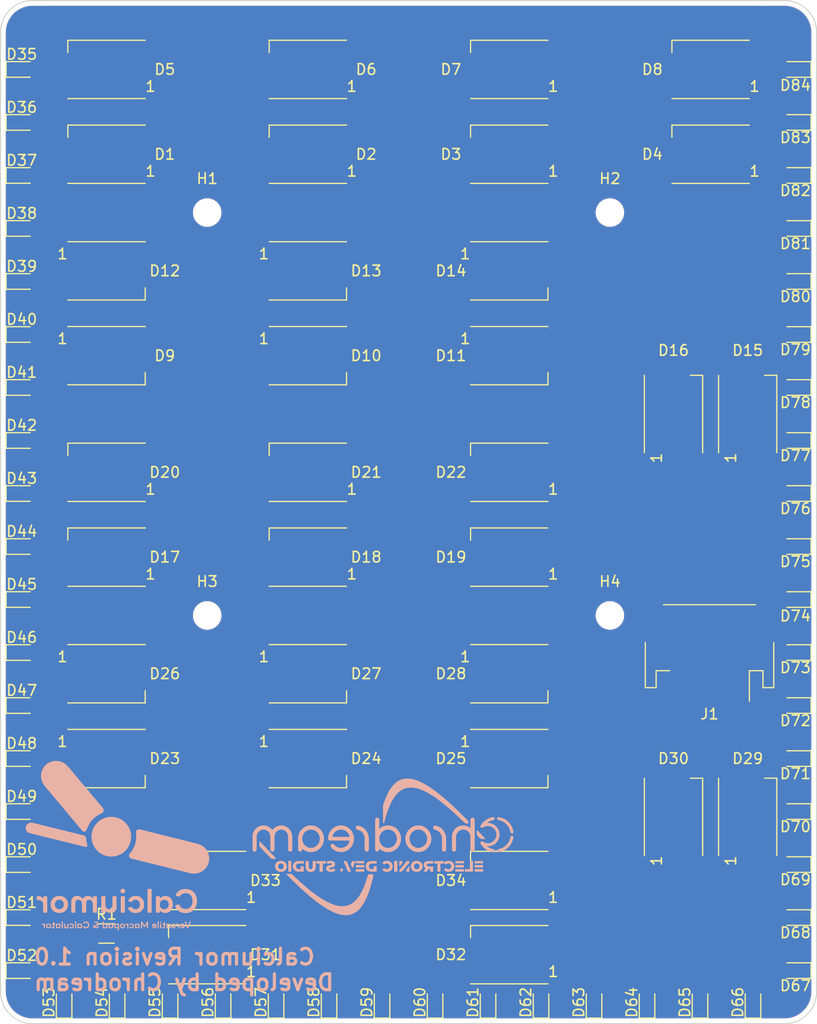
<source format=kicad_pcb>
(kicad_pcb (version 20240108) (generator "pcbnew") (generator_version "8.0")
  (layers (0 "F.Cu" signal) (31 "B.Cu" signal) (34 "B.Paste" user) (35 "F.Paste" user) (36 "B.SilkS" user "B.Silkscreen") (37 "F.SilkS" user "F.Silkscreen") (38 "B.Mask" user) (39 "F.Mask" user) (44 "Edge.Cuts" user))
  (net 0 "")
  (net 1 "+5V")
  (net 2 "/RGB")
  (net 3 "GND")
  (net 4 "/LED")
  (net 7 "/D0")
  (net 8 "/D1")
  (net 9 "/D2")
  (net 10 "/D3")
  (net 11 "/D7")
  (net 12 "/D6")
  (net 13 "/D5")
  (net 14 "/D4")
  (net 15 "/D8")
  (net 16 "/D9")
  (net 17 "/D10")
  (net 18 "/D14")
  (net 19 "/D13")
  (net 20 "/D12")
  (net 21 "/D11")
  (net 22 "/D15")
  (net 23 "/LED_R")
  (net 24 "Net-(D1-DOUT)")
  (net 25 "Net-(D2-DOUT)")
  (net 26 "Net-(D3-DOUT)")
  (net 27 "Net-(D10-DOUT)")
  (net 28 "Net-(D10-DIN)")
  (net 29 "Net-(D17-DOUT)")
  (net 30 "Net-(D18-DOUT)")
  (net 31 "Net-(D23-DIN)")
  (net 32 "Net-(D24-DIN)")
  (net 33 "Net-(D31-DOUT)")
  (footprint "LED_SMD:LED_0603_1608Metric" (layer "F.Cu") (at 145 120 180)
    (property "Reference" "D78")
    (property "Value" "LED")
  )
  (footprint "LED_SMD:LED_0603_1608Metric" (layer "F.Cu") (at 145 175 180)
    (property "Reference" "D67")
    (property "Value" "LED")
  )
  (footprint "LED_SMD:LED_0603_1608Metric" (layer "F.Cu") (at 72 150)
    (property "Reference" "D47")
    (property "Value" "LED")
  )
  (footprint "LED_SMD:LED_0603_1608Metric" (layer "F.Cu") (at 145 115 180)
    (property "Reference" "D79")
    (property "Value" "LED")
  )
  (footprint "LED_SMD:LED_WS2812B_PLCC4_5.0x5.0mm_P3.2mm" (layer "F.Cu") (at 99 90 180)
    (property "Reference" "D6")
    (property "Value" "WS2812B" (hide yes))
  )
  (footprint "LED_SMD:LED_0603_1608Metric" (layer "F.Cu") (at 145 160 180)
    (property "Reference" "D70")
    (property "Value" "LED")
  )
  (footprint "LED_SMD:LED_WS2812B_PLCC4_5.0x5.0mm_P3.2mm" (layer "F.Cu") (at 89.5 166.5 180)
    (property "Reference" "D33")
    (property "Value" "WS2812B" (hide yes))
  )
  (footprint "LED_SMD:LED_0603_1608Metric" (layer "F.Cu") (at 136 178 90)
    (property "Reference" "D65")
    (property "Value" "LED")
  )
  (footprint "LED_SMD:LED_WS2812B_PLCC4_5.0x5.0mm_P3.2mm" (layer "F.Cu") (at 99 147)
    (property "Reference" "D27")
    (property "Value" "WS2812B" (hide yes))
  )
  (footprint "LED_SMD:LED_0603_1608Metric" (layer "F.Cu") (at 72 175)
    (property "Reference" "D52")
    (property "Value" "LED")
  )
  (footprint "LED_SMD:LED_WS2812B_PLCC4_5.0x5.0mm_P3.2mm" (layer "F.Cu") (at 80 98 180)
    (property "Reference" "D1")
    (property "Value" "WS2812B" (hide yes))
  )
  (footprint "LED_SMD:LED_0603_1608Metric" (layer "F.Cu") (at 81 178 90)
    (property "Reference" "D54")
    (property "Value" "LED")
  )
  (footprint "LED_SMD:LED_0603_1608Metric" (layer "F.Cu") (at 145 170 180)
    (property "Reference" "D68")
    (property "Value" "LED")
  )
  (footprint "LED_SMD:LED_0603_1608Metric" (layer "F.Cu") (at 121 178 90)
    (property "Reference" "D62")
    (property "Value" "LED")
  )
  (footprint "LED_SMD:LED_0603_1608Metric" (layer "F.Cu") (at 145 155 180)
    (property "Reference" "D71")
    (property "Value" "LED")
  )
  (footprint "LED_SMD:LED_0603_1608Metric" (layer "F.Cu") (at 72 125)
    (property "Reference" "D42")
    (property "Value" "LED")
  )
  (footprint "LED_SMD:LED_0603_1608Metric" (layer "F.Cu") (at 145 150 180)
    (property "Reference" "D72")
    (property "Value" "LED")
  )
  (footprint "LED_SMD:LED_0603_1608Metric" (layer "F.Cu") (at 72 160)
    (property "Reference" "D49")
    (property "Value" "LED")
  )
  (footprint "LED_SMD:LED_0603_1608Metric" (layer "F.Cu") (at 126 178 90)
    (property "Reference" "D63")
    (property "Value" "LED")
  )
  (footprint "LED_SMD:LED_0603_1608Metric" (layer "F.Cu") (at 72 120)
    (property "Reference" "D41")
    (property "Value" "LED")
  )
  (footprint "LED_SMD:LED_0603_1608Metric" (layer "F.Cu") (at 72 105)
    (property "Reference" "D38")
    (property "Value" "LED")
  )
  (footprint "LED_SMD:LED_0603_1608Metric" (layer "F.Cu") (at 91 178 90)
    (property "Reference" "D56")
    (property "Value" "LED")
  )
  (footprint "LED_SMD:LED_WS2812B_PLCC4_5.0x5.0mm_P3.2mm" (layer "F.Cu") (at 118 109)
    (property "Reference" "D14")
    (property "Value" "WS2812B" (hide yes))
  )
  (footprint "LED_SMD:LED_WS2812B_PLCC4_5.0x5.0mm_P3.2mm" (layer "F.Cu") (at 99 109)
    (property "Reference" "D13")
    (property "Value" "WS2812B" (hide yes))
  )
  (footprint "LED_SMD:LED_WS2812B_PLCC4_5.0x5.0mm_P3.2mm" (layer "F.Cu") (at 80 147)
    (property "Reference" "D26")
    (property "Value" "WS2812B" (hide yes))
  )
  (footprint "MountingHole:MountingHole_2.2mm_M2" (layer "F.Cu") (at 127.5 141.5)
    (property "Reference" "H4")
    (property "Value" "MountingHole")
  )
  (footprint "LED_SMD:LED_WS2812B_PLCC4_5.0x5.0mm_P3.2mm" (layer "F.Cu") (at 118 90 180)
    (property "Reference" "D7")
    (property "Value" "WS2812B" (hide yes))
  )
  (footprint "LED_SMD:LED_0603_1608Metric" (layer "F.Cu") (at 106 178 90)
    (property "Reference" "D59")
    (property "Value" "LED")
  )
  (footprint "LED_SMD:LED_0603_1608Metric" (layer "F.Cu") (at 72 90)
    (property "Reference" "D35")
    (property "Value" "LED")
  )
  (footprint "LED_SMD:LED_WS2812B_PLCC4_5.0x5.0mm_P3.2mm" (layer "F.Cu") (at 80 117)
    (property "Reference" "D9")
    (property "Value" "WS2812B" (hide yes))
  )
  (footprint "Connector_JST:JST_PH_S4B-PH-SM4-TB_1x04-1MP_P2.00mm_Horizontal" (layer "F.Cu") (at 136.9 145 180)
    (property "Reference" "J1")
    (property "Value" "NeoPixel")
  )
  (footprint "LED_SMD:LED_0603_1608Metric" (layer "F.Cu") (at 72 115)
    (property "Reference" "D40")
    (property "Value" "LED")
  )
  (footprint "LED_SMD:LED_WS2812B_PLCC4_5.0x5.0mm_P3.2mm" (layer "F.Cu") (at 137 98 180)
    (property "Reference" "D4")
    (property "Value" "WS2812B" (hide yes))
  )
  (footprint "LED_SMD:LED_WS2812B_PLCC4_5.0x5.0mm_P3.2mm" (layer "F.Cu") (at 80 128 180)
    (property "Reference" "D20")
    (property "Value" "WS2812B" (hide yes))
  )
  (footprint "LED_SMD:LED_0603_1608Metric" (layer "F.Cu") (at 131 178 90)
    (property "Reference" "D64")
    (property "Value" "LED")
  )
  (footprint "MountingHole:MountingHole_2.2mm_M2" (layer "F.Cu") (at 89.5 141.5)
    (property "Reference" "H3")
    (property "Value" "MountingHole")
  )
  (footprint "LED_SMD:LED_0603_1608Metric" (layer "F.Cu") (at 145 110 180)
    (property "Reference" "D80")
    (property "Value" "LED")
  )
  (footprint "LED_SMD:LED_WS2812B_PLCC4_5.0x5.0mm_P3.2mm" (layer "F.Cu") (at 118 147)
    (property "Reference" "D28")
    (property "Value" "WS2812B" (hide yes))
  )
  (footprint "LED_SMD:LED_0603_1608Metric" (layer "F.Cu") (at 145 135 180)
    (property "Reference" "D75")
    (property "Value" "LED")
  )
  (footprint "LED_SMD:LED_0603_1608Metric" (layer "F.Cu") (at 111 178 90)
    (property "Reference" "D60")
    (property "Value" "LED")
  )
  (footprint "LED_SMD:LED_0603_1608Metric" (layer "F.Cu") (at 116 178 90)
    (property "Reference" "D61")
    (property "Value" "LED")
  )
  (footprint "LED_SMD:LED_0603_1608Metric" (layer "F.Cu") (at 96 178 90)
    (property "Reference" "D57")
    (property "Value" "LED")
  )
  (footprint "LED_SMD:LED_0603_1608Metric" (layer "F.Cu") (at 145 105 180)
    (property "Reference" "D81")
    (property "Value" "LED")
  )
  (footprint "LED_SMD:LED_0603_1608Metric" (layer "F.Cu") (at 72 100)
    (property "Reference" "D37")
    (property "Value" "LED")
  )
  (footprint "LED_SMD:LED_0603_1608Metric" (layer "F.Cu") (at 145 130 180)
    (property "Reference" "D76")
    (property "Value" "LED")
  )
  (footprint "LED_SMD:LED_0603_1608Metric" (layer "F.Cu") (at 145 100 180)
    (property "Reference" "D82")
    (property "Value" "LED")
  )
  (footprint "MountingHole:MountingHole_2.2mm_M2" (layer "F.Cu") (at 89.5 103.5)
    (property "Reference" "H1")
    (property "Value" "MountingHole")
  )
  (footprint "LED_SMD:LED_WS2812B_PLCC4_5.0x5.0mm_P3.2mm" (layer "F.Cu") (at 118 166.5 180)
    (property "Reference" "D34")
    (property "Value" "WS2812B" (hide yes))
  )
  (footprint "LED_SMD:LED_WS2812B_PLCC4_5.0x5.0mm_P3.2mm" (layer "F.Cu") (at 99 117)
    (property "Reference" "D10")
    (property "Value" "WS2812B" (hide yes))
  )
  (footprint "LED_SMD:LED_WS2812B_PLCC4_5.0x5.0mm_P3.2mm" (layer "F.Cu") (at 80 90 180)
    (property "Reference" "D5")
    (property "Value" "WS2812B" (hide yes))
  )
  (footprint "LED_SMD:LED_WS2812B_PLCC4_5.0x5.0mm_P3.2mm" (layer "F.Cu") (at 118 155)
    (property "Reference" "D25")
    (property "Value" "WS2812B" (hide yes))
  )
  (footprint "LED_SMD:LED_0603_1608Metric" (layer "F.Cu") (at 145 145 180)
    (property "Reference" "D73")
    (property "Value" "LED")
  )
  (footprint "LED_SMD:LED_0603_1608Metric" (layer "F.Cu") (at 101 178 90)
    (property "Reference" "D58")
    (property "Value" "LED")
  )
  (footprint "LED_SMD:LED_WS2812B_PLCC4_5.0x5.0mm_P3.2mm" (layer "F.Cu") (at 80 155)
    (property "Reference" "D23")
    (property "Value" "WS2812B" (hide yes))
  )
  (footprint "LED_SMD:LED_0603_1608Metric" (layer "F.Cu") (at 72 140)
    (property "Reference" "D45")
    (property "Value" "LED")
  )
  (footprint "LED_SMD:LED_WS2812B_PLCC4_5.0x5.0mm_P3.2mm" (layer "F.Cu") (at 118 128 180)
    (property "Reference" "D22")
    (property "Value" "WS2812B" (hide yes))
  )
  (footprint "LED_SMD:LED_WS2812B_PLCC4_5.0x5.0mm_P3.2mm" (layer "F.Cu") (at 80 136 180)
    (property "Reference" "D17")
    (property "Value" "WS2812B" (hide yes))
  )
  (footprint "LED_SMD:LED_WS2812B_PLCC4_5.0x5.0mm_P3.2mm" (layer "F.Cu") (at 99 155)
    (property "Reference" "D24")
    (property "Value" "WS2812B" (hide yes))
  )
  (footprint "MountingHole:MountingHole_2.2mm_M2" (layer "F.Cu") (at 127.5 103.5)
    (property "Reference" "H2")
    (property "Value" "MountingHole")
  )
  (footprint "LED_SMD:LED_WS2812B_PLCC4_5.0x5.0mm_P3.2mm" (layer "F.Cu") (at 99 136 180)
    (property "Reference" "D18")
    (property "Value" "WS2812B" (hide yes))
  )
  (footprint "LED_SMD:LED_0603_1608Metric" (layer "F.Cu") (at 72 170)
    (property "Reference" "D51")
    (property "Value" "LED")
  )
  (footprint "LED_SMD:LED_0603_1608Metric" (layer "F.Cu") (at 141 178 90)
    (property "Reference" "D66")
    (property "Value" "LED")
  )
  (footprint "LED_SMD:LED_0603_1608Metric" (layer "F.Cu") (at 145 165 180)
    (property "Reference" "D69")
    (property "Value" "LED")
  )
  (footprint "LED_SMD:LED_0603_1608Metric" (layer "F.Cu") (at 145 95 180)
    (property "Reference" "D83")
    (property "Value" "LED")
  )
  (footprint "LED_SMD:LED_0603_1608Metric" (layer "F.Cu") (at 72 145)
    (property "Reference" "D46")
    (property "Value" "LED")
  )
  (footprint "LED_SMD:LED_WS2812B_PLCC4_5.0x5.0mm_P3.2mm" (layer "F.Cu") (at 99 128 180)
    (property "Reference" "D21")
    (property "Value" "WS2812B" (hide yes))
  )
  (footprint "LED_SMD:LED_0603_1608Metric" (layer "F.Cu") (at 145 90 180)
    (property "Reference" "D84")
    (property "Value" "LED")
  )
  (footprint "LED_SMD:LED_WS2812B_PLCC4_5.0x5.0mm_P3.2mm" (layer "F.Cu") (at 137 90 180)
    (property "Reference" "D8")
    (property "Value" "WS2812B" (hide yes))
  )
  (footprint "LED_SMD:LED_WS2812B_PLCC4_5.0x5.0mm_P3.2mm" (layer "F.Cu") (at 133.5 122.5 90)
    (property "Reference" "D16")
    (property "Value" "WS2812B" (hide yes))
  )
  (footprint "LED_SMD:LED_WS2812B_PLCC4_5.0x5.0mm_P3.2mm" (layer "F.Cu") (at 118 136 180)
    (property "Reference" "D19")
    (property "Value" "WS2812B" (hide yes))
  )
  (footprint "LED_SMD:LED_WS2812B_PLCC4_5.0x5.0mm_P3.2mm" (layer "F.Cu") (at 80 109)
    (property "Reference" "D12")
    (property "Value" "WS2812B" (hide yes))
  )
  (footprint "LED_SMD:LED_0603_1608Metric" (layer "F.Cu") (at 86 178 90)
    (property "Reference" "D55")
    (property "Value" "LED")
  )
  (footprint "LED_SMD:LED_WS2812B_PLCC4_5.0x5.0mm_P3.2mm" (layer "F.Cu") (at 140.5 122.5 90)
    (property "Reference" "D15")
    (property "Value" "WS2812B" (hide yes))
  )
  (footprint "LED_SMD:LED_WS2812B_PLCC4_5.0x5.0mm_P3.2mm" (layer "F.Cu") (at 89.5 173.5 180)
    (property "Reference" "D31")
    (property "Value" "WS2812B" (hide yes))
  )
  (footprint "LED_SMD:LED_0603_1608Metric" (layer "F.Cu") (at 72 165)
    (property "Reference" "D50")
    (property "Value" "LED")
  )
  (footprint "LED_SMD:LED_0603_1608Metric" (layer "F.Cu") (at 72 95)
    (property "Reference" "D36")
    (property "Value" "LED")
  )
  (footprint "LED_SMD:LED_WS2812B_PLCC4_5.0x5.0mm_P3.2mm" (layer "F.Cu") (at 118 173.5 180)
    (property "Reference" "D32")
    (property "Value" "WS2812B" (hide yes))
  )
  (footprint "LED_SMD:LED_0603_1608Metric" (layer "F.Cu") (at 72 130)
    (property "Reference" "D43")
    (property "Value" "LED")
  )
  (footprint "LED_SMD:LED_WS2812B_PLCC4_5.0x5.0mm_P3.2mm" (layer "F.Cu") (at 140.5 160.5 90)
    (property "Reference" "D29")
    (property "Value" "WS2812B" (hide yes))
  )
  (footprint "LED_SMD:LED_WS2812B_PLCC4_5.0x5.0mm_P3.2mm" (layer "F.Cu") (at 118 117)
    (property "Reference" "D11")
    (property "Value" "WS2812B" (hide yes))
  )
  (footprint "LED_SMD:LED_WS2812B_PLCC4_5.0x5.0mm_P3.2mm" (layer "F.Cu") (at 118 98 180)
    (property "Reference" "D3")
    (property "Value" "WS2812B" (hide yes))
  )
  (footprint "LED_SMD:LED_WS2812B_PLCC4_5.0x5.0mm_P3.2mm" (layer "F.Cu") (at 99 98 180)
    (property "Reference" "D2")
    (property "Value" "WS2812B" (hide yes))
  )
  (footprint "LED_SMD:LED_0603_1608Metric" (layer "F.Cu") (at 72 135)
    (property "Reference" "D44")
    (property "Value" "LED")
  )
  (footprint "LED_SMD:LED_WS2812B_PLCC4_5.0x5.0mm_P3.2mm" (layer "F.Cu") (at 133.5 160.5 90)
    (property "Reference" "D30")
    (property "Value" "WS2812B" (hide yes))
  )
  (footprint "LED_SMD:LED_0603_1608Metric" (layer "F.Cu") (at 145 140 180)
    (property "Reference" "D74")
    (property "Value" "LED")
  )
  (footprint "LED_SMD:LED_0603_1608Metric" (layer "F.Cu") (at 72 110)
    (property "Reference" "D39")
    (property "Value" "LED")
  )
  (footprint "Resistor_SMD:R_1206_3216Metric" (layer "F.Cu") (at 80 171.5)
    (property "Reference" "R1")
    (property "Value" "470")
  )
  (footprint "LED_SMD:LED_0603_1608Metric" (layer "F.Cu") (at 76 178 90)
    (property "Reference" "D53")
    (property "Value" "LED")
  )
  (footprint "LED_SMD:LED_0603_1608Metric" (layer "F.Cu") (at 72 155)
    (property "Reference" "D48")
    (property "Value" "LED")
  )
  (footprint "LED_SMD:LED_0603_1608Metric" (layer "F.Cu") (at 145 125 180)
    (property "Reference" "D77")
    (property "Value" "LED")
  )
  (footprint "Calciumor:Calciumor" (layer "B.Cu") (at 81 163 180)
    (property "Reference" "G***" (hide yes))
    (property "Value" "LOGO" (hide yes))
  )
  (footprint "Ultramarine-2:Chrodream_logo" (layer "B.Cu") (at 106 163 180)
    (property "Reference" "G***" (hide yes))
    (property "Value" "LOGO" (hide yes))
  )
  (gr_arc (start 147 177) (mid 146.12132 179.12132) (end 144 180) (stroke (width 0.1)) (layer "Edge.Cuts"))
  (gr_arc (start 70 86.5) (mid 70.87868 84.37868) (end 73 83.5) (stroke (width 0.1)) (layer "Edge.Cuts"))
  (gr_line (start 147 177) (end 147 86.5) (stroke (width 0.1)) (layer "Edge.Cuts"))
  (gr_line (start 73 180) (end 144 180) (stroke (width 0.1)) (layer "Edge.Cuts"))
  (gr_arc (start 144 83.5) (mid 146.12132 84.37868) (end 147 86.5) (stroke (width 0.1)) (layer "Edge.Cuts"))
  (gr_arc (start 73 180) (mid 70.87868 179.12132) (end 70 177) (stroke (width 0.1)) (layer "Edge.Cuts"))
  (gr_line (start 70 86.5) (end 70 177) (stroke (width 0.1)) (layer "Edge.Cuts"))
  (gr_line (start 144 83.5) (end 73 83.5) (stroke (width 0.1)) (layer "Edge.Cuts"))
  (gr_text "Calciumor Revision 1.0\nDeveloped by Chrodream" (at 73 177 0) (layer "B.SilkS") (effects (font (size 1.5 1.5) (thickness 0.3) (bold yes)) (justify right bottom mirror)))
  (segment (start 95.55 93.9) (end 98.5 93.9) (width 1) (layer "F.Cu") (net 1))
  (segment (start 118 137.15) (end 118.5 137.65) (width 0.5) (layer "F.Cu") (net 1))
  (segment (start 98.2 93.9) (end 98.5 93.9) (width 0.5) (layer "F.Cu") (net 1))
  (segment (start 132.6 161.1) (end 138.2 161.1) (width 0.5) (layer "F.Cu") (net 1))
  (segment (start 118 113.6) (end 118 113.9) (width 0.5) (layer "F.Cu") (net 1))
  (segment (start 118 147.3) (end 118 152.4) (width 0.5) (layer "F.Cu") (net 1))
  (segment (start 99 146.5) (end 99 143.8) (width 0.5) (layer "F.Cu") (net 1))
  (segment (start 137.05 130.9) (end 136.05 130.9) (width 0.5) (layer "F.Cu") (net 1))
  (segment (start 118 170.1) (end 118 174.4) (width 0.5) (layer "F.Cu") (net 1))
  (segment (start 118 116.8) (end 118 115.85) (width 0.5) (layer "F.Cu") (net 1))
  (segment (start 118.5625 123.7625) (end 119 124.2) (width 1) (layer "F.Cu") (net 1))
  (segment (start 99 159.6) (end 99 155.2) (width 0.5) (layer "F.Cu") (net 1))
  (segment (start 82.45 91.65) (end 82.45 93.15) (width 0.5) (layer "F.Cu") (net 1))
  (segment (start 118.5 168.15) (end 118 167.65) (width 0.5) (layer "F.Cu") (net 1))
  (segment (start 118 136.2) (end 118 137.15) (width 0.5) (layer "F.Cu") (net 1))
  (segment (start 118 153.85) (end 117.5 153.35) (width 0.5) (layer "F.Cu") (net 1))
  (segment (start 118 123.2) (end 118.5625 123.7625) (width 1) (layer "F.Cu") (net 1))
  (segment (start 118 115.85) (end 117.5 115.35) (width 0.5) (layer "F.Cu") (net 1))
  (segment (start 118 166.5) (end 118 167) (width 0.5) (layer "F.Cu") (net 1))
  (segment (start 104.55 99.65) (end 112.25 107.35) (width 1) (layer "F.Cu") (net 1))
  (segment (start 118 138.9) (end 118 138.15) (width 0.5) (layer "F.Cu") (net 1))
  (segment (start 99 99.15) (end 99.5 99.65) (width 1) (layer "F.Cu") (net 1))
  (segment (start 120.45 129.65) (end 118.5 129.65) (width 0.5) (layer "F.Cu") (net 1))
  (segment (start 77.55 115.35) (end 80 115.35) (width 0.5) (layer "F.Cu") (net 1))
  (segment (start 91.95 168.15) (end 90 168.15) (width 0.5) (layer "F.Cu") (net 1))
  (segment (start 136.55 168.15) (end 120.45 168.15) (width 0.5) (layer "F.Cu") (net 1))
  (segment (start 119.9 124.2) (end 123.65 124.2) (width 1) (layer "F.Cu") (net 1))
  (segment (start 99 98.425) (end 99 99.15) (width 1) (layer "F.Cu") (net 1))
  (segment (start 77.55 145.35) (end 79.5 145.35) (width 0.5) (layer "F.Cu") (net 1))
  (segment (start 118 152.85) (end 117.5 153.35) (width 0.5) (layer "F.Cu") (net 1))
  (segment (start 99 155.2) (end 99 153.85) (width 0.5) (layer "F.Cu") (net 1))
  (segment (start 99 99) (end 99 99.15) (width 0.5) (layer "F.Cu") (net 1))
  (segment (start 80 144.85) (end 79.5 145.35) (width 0.5) (layer "F.Cu") (net 1))
  (segment (start 118 167) (end 118 169.2) (width 0.5) (layer "F.Cu") (net 1))
  (segment (start 99 109.2) (end 99 107.85) (width 0.5) (layer "F.Cu") (net 1))
  (segment (start 101.45 137.65) (end 99.5 137.65) (width 0.5) (layer "F.Cu") (net 1))
  (segment (start 119.9 124.2) (end 119.05 124.2) (width 1) (layer "F.Cu") (net 1))
  (segment (start 80 139.3) (end 80 138.55) (width 0.5) (layer "F.Cu") (net 1))
  (segment (start 86.35 91.65) (end 88.6 93.9) (width 1) (layer "F.Cu") (net 1))
  (segment (start 137.05 130.9) (end 137.05 131.9) (width 0.5) (layer "F.Cu") (net 1))
  (segment (start 99 130.15) (end 99.5 129.65) (width 0.5) (layer "F.Cu") (net 1))
  (segment (start 80 98.7) (end 80 99.15) (width 0.5) (layer "F.Cu") (net 1))
  (segment (start 99 144.85) (end 98.5 145.35) (width 0.5) (layer "F.Cu") (net 1))
  (segment (start 129.1 129.65) (end 134.8 129.65) (width 1) (layer "F.Cu") (net 1))
  (segment (start 80 146.7) (end 80 145.85) (width 0.5) (layer "F.Cu") (net 1))
  (segment (start 103.45 99.65) (end 104.55 99.65) (width 1) (layer "F.Cu") (net 1))
  (segment (start 137 92.7) (end 137 99) (width 0.5) (layer "F.Cu") (net 1))
  (segment (start 118 97.8) (end 118 92.3) (width 0.5) (layer "F.Cu") (net 1))
  (segment (start 99 99.65) (end 99.5 99.65) (width 0.5) (layer "F.Cu") (net 1))
  (segment (start 99 99) (end 99 99.65) (width 0.5) (layer "F.Cu") (net 1))
  (segment (start 80.5 137.65) (end 80 137.65) (width 0.5) (layer "F.Cu") (net 1))
  (segment (start 118 152.4) (end 118 154.7) (width 0.5) (layer "F.Cu") (net 1))
  (segment (start 99 130.9) (end 99 130.15) (width 0.5) (layer "F.Cu") (net 1))
  (segment (start 80 137.15) (end 80.5 137.65) (width 0.5) (layer "F.Cu") (net 1))
  (segment (start 118.5 99.65) (end 118 99.65) (width 0.5) (layer "F.Cu") (net 1))
  (segment (start 99 137.65) (end 99 136.6) (width 0.5) (layer "F.Cu") (net 1))
  (segment (start 118 105.3) (end 118 109.2) (width 0.5) (layer "F.Cu") (net 1))
  (segment (start 118 97.8) (end 118 99.15) (width 0.5) (layer "F.Cu") (net 1))
  (segment (start 137.425 130.525) (end 136.55 131.4) (width 0.5) (layer "F.Cu") (net 1))
  (segment (start 118 125.2) (end 118.4 124.8) (width 0.5) (layer "F.Cu") (net 1))
  (segment (start 137 93.3) (end 136.5 93.8) (width 0.5) (layer "F.Cu") (net 1))
  (segment (start 89.5 167.65) (end 89.5 162.4) (width 0.5) (layer "F.Cu") (net 1))
  (segment (start 120.45 137.65) (end 118.5 137.65) (width 0.5) (layer "F.Cu") (net 1))
  (segment (start 80 131.1) (end 80 128.8) (width 0.5) (layer "F.Cu") (net 1))
  (segment (start 101.45 99.65) (end 103.45 99.65) (width 0.5) (layer "F.Cu") (net 1))
  (segment (start 118 130.15) (end 118.5 129.65) (width 0.5) (layer "F.Cu") (net 1))
  (segment (start 118 107.85) (end 117.5 107.35) (width 1) (layer "F.Cu") (net 1))
  (segment (start 80 107.85) (end 79.5 107.35) (width 0.5) (layer "F.Cu") (net 1))
  (segment (start 118 145.35) (end 118 143.8) (width 0.5) (layer "F.Cu") (net 1))
  (segment (start 99 106.85) (end 98.5 107.35) (width 0.5) (layer "F.Cu") (net 1))
  (segment (start 118 99.15) (end 118.5 99.65) (width 0.5) (layer "F.Cu") (net 1))
  (segment (start 118 131.3) (end 118 136.2) (width 0.5) (layer "F.Cu") (net 1))
  (segment (start 138.85 124.95) (end 138.85 129.1) (width 0.5) (layer "F.Cu") (net 1))
  (segment (start 137.65 91.65) (end 137.55 91.65) (width 0.5) (layer "F.Cu") (net 1))
  (segment (start 80 138.15) (end 80.5 137.65) (width 0.5) (layer "F.Cu") (net 1))
  (segment (start 138.85 129.1) (end 137.425 130.525) (width 0.5) (layer "F.Cu") (net 1))
  (segment (start 118.5625 124.6375) (end 118.5625 123.7625) (width 0.5) (layer "F.Cu") (net 1))
  (segment (start 115.55 107.35) (end 117.5 107.35) (width 0.5) (layer "F.Cu") (net 1))
  (segment (start 118 136.2) (end 118 138.9) (width 0.5) (layer "F.Cu") (net 1))
  (segment (start 135.875 130.725) (end 137.05 131.9) (width 1) (layer "F.Cu") (net 1))
  (segment (start 115.55 107.35) (end 113.5 107.35) (width 0.5) (layer "F.Cu") (net 1))
  (segment (start 138.85 162.95) (end 138.85 165.85) (width 0.5) (layer "F.Cu") (net 1))
  (segment (start 99 117) (end 99 128.8) (width 0.5) (layer "F.Cu") (net 1))
  (segment (start 99 109.2) (end 99 113.7) (width 0.5) (layer "F.Cu") (net 1))
  (segment (start 80 143.9) (end 80 146.7) (width 0.5) (layer "F.Cu") (net 1))
  (segment (start 91.95 175.15) (end 90.15 175.15) (width 0.5) (layer "F.Cu") (net 1))
  (segment (start 80 136.6) (end 80 131.1) (width 0.5) (layer "F.Cu") (net 1))
  (segment (start 99 137.15) (end 99.5 137.65) (width 0.5) (layer "F.Cu") (net 1))
  (segment (start 80 109.2) (end 80 107.85) (width 0.5) (layer "F.Cu") (net 1))
  (segment (start 118.65 91.65) (end 120.45 91.65) (width 0.5) (layer "F.Cu") (net 1))
  (segment (start 115.55 115.35) (end 117.5 115.35) (width 0.5) (layer "F.Cu") (net 1))
  (segment (start 90 168.15) (end 89.5 168.65) (width 0.5) (layer "F.Cu") (net 1))
  (segment (start 138.85 165.85) (end 136.55 168.15) (width 0.5) (layer "F.Cu") (net 1))
  (segment (start 80 136.6) (end 80 137.15) (width 0.5) (layer "F.Cu") (net 1))
  (segment (start 99 100.15) (end 99.5 99.65) (width 0.5) (layer "F.Cu") (net 1))
  (segment (start 118 109.2) (end 118 107.85) (width 0.5) (layer "F.Cu") (net 1))
  (segment (start 118 138.15) (end 118.5 137.65) (width 0.5) (layer "F.Cu") (net 1))
  (segment (start 99 113.7) (end 99 114.85) (width 0.5) (layer "F.Cu") (net 1))
  (segment (start 99 105.7) (end 99 106.85) (width 0.5) (layer "F.Cu") (net 1))
  (segment (start 131.85 123.5) (end 132.55 122.8) (width 0.5) (layer "F.Cu") (net 1))
  (segment (start 80 128.8) (end 80 109.2) (width 0.5) (layer "F.Cu") (net 1))
  (segment (start 90 168.15) (end 89.5 167.65) (width 0.5) (layer "F.Cu") (net 1))
  (segment (start 138.15 122.8) (end 138.85 123.5) (width 0.5) (layer "F.Cu") (net 1))
  (segment (start 80 95.6) (end 82.45 93.15) (width 0.5) (layer "F.Cu") (net 1))
  (segment (start 99 114.85) (end 98.5 115.35) (width 0.5) (layer "F.Cu") (net 1))
  (segment (start 99 137) (end 99 136.6) (width 0.5) (layer "F.Cu") (net 1))
  (segment (start 99 92.2) (end 99 93.4) (width 0.5) (layer "F.Cu") (net 1))
  (segment (start 132.55 122.8) (end 138.15 122.8) (width 0.5) (layer "F.Cu") (net 1))
  (segment (start 77.55 107.35) (end 79.5 107.35) (width 0.5) (layer "F.Cu") (net 1))
  (segment (start 96.55 145.35) (end 98.5 145.35) (width 0.5) (layer "F.Cu") (net 1))
  (segment (start 99 130.9) (end 99 136.6) (width 0.5) (layer "F.Cu") (net 1))
  (segment (start 118 138.9) (end 118 143.5) (width 0.5) (layer "F.Cu") (net 1))
  (segment (start 99 138.9) (end 99 137) (width 0.5) (layer "F.Cu") (net 1))
  (segment (start 131.85 162.95) (end 131.85 161.85) (width 0.5) (layer "F.Cu") (net 1))
  (segment (start 101.45 129.65) (end 99.5 129.65) (width 0.5) (layer "F.Cu") (net 1))
  (segment (start 118 143.8) (end 118 147.3) (width 0.5) (layer "F.Cu") (net 1))
  (segment (start 118 128.3) (end 118 131.3) (width 0.5) (layer "F.Cu") (net 1))
  (segment (start 118 129.65) (end 118 127.8) (width 0.5) (layer "F.Cu") (net 1))
  (segment (start 118 168.65) (end 118.5 168.15) (width 0.5) (layer "F.Cu") (net 1))
  (segment (start 99 151.9) (end 99 152.85) (width 0.5) (layer "F.Cu") (net 1))
  (segment (start 82.45 129.65) (end 80.5 129.65) (width 0.5) (layer "F.Cu") (net 1))
  (segment (start 88.6 93.9) (end 95.55 93.9) (width 1) (layer "F.Cu") (net 1))
  (segment (start 99 138.15) (end 99.5 137.65) (width 0.5) (layer "F.Cu") (net 1))
  (segment (start 80 152.7) (end 79.35 153.35) (width 0.5) (layer "F.Cu") (net 1))
  (segment (start 99 153.85) (end 98.5 153.35) (width 0.5) (layer "F.Cu") (net 1))
  (segment (start 99 93.4) (end 99 93.9) (width 0.5) (layer "F.Cu") (net 1))
  (segment (start 80 99.65) (end 80.5 99.65) (width 0.5) (layer "F.Cu") (net 1))
  (segment (start 80 101.2) (end 80 98.7) (width 0.5) (layer "F.Cu") (net 1))
  (segment (start 80 106) (end 80 101.2) (width 0.5) (layer "F.Cu") (net 1))
  (segment (start 80 101.2) (end 80 100.15) (width 0.5) (layer "F.Cu") (net 1))
  (segment (start 118 127.8) (end 118 125.2) (width 0.5) (layer "F.Cu") (net 1))
  (segment (start 118 144.85) (end 117.5 145.35) (width 0.5) (layer "F.Cu") (net 1))
  (segment (start 118 92.3) (end 118.65 91.65) (width 0.5) (layer "F.Cu") (net 1))
  (segment (start 118.75 175.15) (end 118 174.4) (width 0.5) (layer "F.Cu") (net 1))
  (segment (start 138.85 161.75) (end 138.2 161.1) (width 0.5) (layer "F.Cu") (net 1))
  (segment (start 118 147.3) (end 118 145.85) (width 0.5) (layer "F.Cu") (net 1))
  (segment (start 137 92.2) (end 137 92.4) (width 0.5) (layer "F.Cu") (net 1))
  (segment (start 99 106.7) (end 99 109.2) (width 0.5) (layer "F.Cu") (net 1))
  (segment (start 118 106.85) (end 117.5 107.35) (width 0.5) (layer "F.Cu") (net 1))
  (segment (start 95.55 93.9) (end 96.75 93.9) (width 1) (layer "F.Cu") (net 1))
  (segment (start 99 107.35) (end 99 106.7) (width 0.5) (layer "F.Cu") (net 1))
  (segment (start 98.5 107.35) (end 99 107.35) (width 0.5) (layer "F.Cu") (net 1))
  (segment (start 80 138.55) (end 80 138.15) (width 0.5) (layer "F.Cu") (net 1))
  (segment (start 118 154.7) (end 118 153.85) (width 0.5) (layer "F.Cu") (net 1))
  (segment (start 99 117) (end 99 115.85) (width 0.5) (layer "F.Cu") (net 1))
  (segment (start 80 145.85) (end 79.5 145.35) (width 0.5) (layer "F.Cu") (net 1))
  (segment (start 123.95 91.65) (end 126.1 93.8) (width 0.5) (layer "F.Cu") (net 1))
  (segment (start 80 128.8) (end 80 129.15) (width 0.5) (layer "F.Cu") (net 1))
  (segment (start 138.85 162.95) (end 138.85 161.75) (width 0.5) (layer "F.Cu") (net 1))
  (segment (start 80.5 99.65) (end 82.45 99.65) (width 0.5) (layer "F.Cu") (net 1))
  (segment (start 137.05 131.9) (end 137.9 132.75) (width 1) (layer "F.Cu") (net 1))
  (segment (start 131.85 161.85) (end 132.6 161.1) (width 0.5) (layer "F.Cu") (net 1))
  (segment (start 99.5 137.65) (end 99 137.65) (width 0.5) (layer "F.Cu") (net 1))
  (segment (start 118 166.5) (end 118 167.15) (width 0.5) (layer "F.Cu") (net 1))
  (segment (start 137.65 99.65) (end 139.45 99.65) (width 0.5) (layer "F.Cu") (net 1))
  (segment (start 137 99) (end 137.65 99.65) (width 0.5) (layer "F.Cu") (net 1))
  (segment (start 99 137) (end 99 137.15) (width 0.5) (layer "F.Cu") (net 1))
  (segment (start 118 101.1) (end 118 100.15) (width 0.5) (layer "F.Cu") (net 1))
  (segment (start 99 128.8) (end 99 129.15) (width 0.5) (layer "F.Cu") (net 1))
  (segment (start 80 143.9) (end 80 139.2) (width 0.5) (layer "F.Cu") (net 1))
  (segment (start 112.25 107.35) (end 113.5 107.35) (width 1) (layer "F.Cu") (net 1))
  (segment (start 118 154.7) (end 118 166.5) (width 0.5) (layer "F.Cu") (net 1))
  (segment (start 99 146.5) (end 99 145.85) (width 0.5) (layer "F.Cu") (net 1))
  (segment (start 120.45 168.15) (end 118.5 168.15) (width 0.5) (layer "F.Cu") (net 1))
  (segment (start 139.45 91.65) (end 137.65 91.65) (width 0.5) (layer "F.Cu") (net 1))
  (segment (start 99 115.85) (end 98.5 115.35) (width 0.5) (layer "F.Cu") (net 1))
  (segment (start 118 105.3) (end 118 106.85) (width 0.5) (layer "F.Cu") (net 1))
  (segment (start 99 93.9) (end 99 94.8) (width 0.5) (layer "F.Cu") (net 1))
  (segment (start 118.4 124.8) (end 119 124.2) (width 0.5) (layer "F.Cu") (net 1))
  (segment (start 131.85 124.95) (end 131.85 123.5) (width 0.5) (layer "F.Cu") (net 1))
  (segment (start 84.5 91.65) (end 86.35 91.65) (width 1) (layer "F.Cu") (net 1))
  (segment (start 80 100.15) (end 80.5 99.65) (width 0.5) (layer "F.Cu") (net 1))
  (segment (start 118 131.3) (end 118 130.15) (width 0.5) (layer "F.Cu") (net 1))
  (segment (start 80 99.15) (end 80.5 99.65) (width 0.5) (layer "F.Cu") (net 1))
  (segment (start 89.5 168.65) (end 89.5 167.65) (width 0.5) (layer "F.Cu") (net 1))
  (segment (start 80 146.7) (end 80 152.7) (width 0.5) (layer "F.Cu") (net 1))
  (segment (start 80 106) (end 80 106.85) (width 0.5) (layer "F.Cu") (net 1))
  (segment (start 118 100.15) (end 118.5 99.65) (width 0.5) (layer "F.Cu") (net 1))
  (segment (start 137 92.7) (end 137 93.3) (width 0.5) (layer "F.Cu") (net 1))
  (segment (start 98.5 93.9) (end 99 93.4) (width 0.5) (layer "F.Cu") (net 1))
  (segment (start 138.85 123.5) (end 138.85 124.95) (width 0.5) (layer "F.Cu") (net 1))
  (segment (start 97.9 160.7) (end 99 159.6) (width 0.5) (layer "F.Cu") (net 1))
  (segment (start 123.65 124.2) (end 129.1 129.65) (width 1) (layer "F.Cu") (net 1))
  (segment (start 99 153.35) (end 98.5 153.35) (width 0.5) (layer "F.Cu") (net 1))
  (segment (start 79.35 153.35) (end 77.55 153.35) (width 0.5) (layer "F.Cu") (net 1))
  (segment (start 118 114.85) (end 117.5 115.35) (width 0.5) (layer "F.Cu") (net 1))
  (segment (start 80 106.85) (end 79.5 107.35) (width 0.5) (layer "F.Cu") (net 1))
  (segment (start 99 128.8) (end 99 130.9) (width 0.5) (layer "F.Cu") (net 1))
  (segment (start 99 101.3) (end 99 100.15) (width 0.5) (layer "F.Cu") (net 1))
  (segment (start 99 145.85) (end 98.5 145.35) (width 0.5) (layer "F.Cu") (net 1))
  (segment (start 96.55 107.35) (end 98.5 107.35) (width 0.5) (layer "F.Cu") (net 1))
  (segment (start 99 129.15) (end 99.5 129.65) (width 0.5) (layer "F.Cu") (net 1))
  (segment (start 118 143.5) (end 118 144.85) (width 0.5) (layer "F.Cu") (net 1))
  (segment (start 118 129.15) (end 118.5 129.65) (width 0.5) (layer "F.Cu") (net 1))
  (segment (start 99 138.9) (end 99 138.15) (width 0.5) (layer "F.Cu") (net 1))
  (segment (start 80 137.65) (end 80 139.2) (width 0.5) (layer "F.Cu") (net 1))
  (segment (start 118 101.1) (end 118 105.3) (width 0.5) (layer "F.Cu") (net 1))
  (segment (start 80 137.65) (end 80 136.6) (width 0.5) (layer "F.Cu") (net 1))
  (segment (start 80 143.9) (end 80 144.85) (width 0.5) (layer "F.Cu") (net 1))
  (segment (start 79.5 107.35) (end 80 107.35) (width 0.5) (layer "F.Cu") (net 1))
  (segment (start 120.45 175.15) (end 118.75 175.15) (width 0.5) (layer "F.Cu") (net 1))
  (segment (start 136.05 130.9) (end 135.875 130.725) (width 0.5) (layer "F.Cu") (net 1))
  (segment (start 118 115.35) (end 118 113.6) (width 0.5) (layer "F.Cu") (net 1))
  (segment (start 90.15 175.15) (end 89.5 174.5) (width 0.5) (layer "F.Cu") (net 1))
  (segment (start 99 99.65) (end 99 101.3) (width 0.5) (layer "F.Cu") (net 1))
  (segment (start 118 169.2) (end 118 170.1) (width 0.5) (layer "F.Cu") (net 1))
  (segment (start 118.5 129.65) (end 118 129.65) (width 0.5) (layer "F.Cu") (net 1))
  (segment (start 118 170.1) (end 118 168.65) (width 0.5) (layer "F.Cu") (net 1))
  (segment (start 99 143.8) (end 99 138.9) (width 0.5) (layer "F.Cu") (net 1))
  (segment (start 117.5 145.35) (end 118 145.35) (width 0.5) (layer "F.Cu") (net 1))
  (segment (start 96.55 115.35) (end 98.5 115.35) (width 0.5) (layer "F.Cu") (net 1))
  (segment (start 80 109.2) (end 80 107.35) (width 0.5) (layer "F.Cu") (net 1))
  (segment (start 120.45 99.65) (end 118.5 99.65) (width 0.5) (layer "F.Cu") (net 1))
  (segment (start 118 110.625) (end 118 107.85) (width 1) (layer "F.Cu") (net 1))
  (segment (start 117.5 115.35) (end 118 115.35) (width 0.5) (layer "F.Cu") (net 1))
  (segment (start 96.75 93.9) (end 98.2 93.9) (width 0.5) (layer "F.Cu") (net 1))
  (segment (start 99.55 91.65) (end 101.45 91.65) (width 0.5) (layer "F.Cu") (net 1))
  (segment (start 80 129.15) (end 80.5 129.65) (width 0.5) (layer "F.Cu") (net 1))
  (segment (start 118 152.4) (end 118 152.85) (width 0.5) (layer "F.Cu") (net 1))
  (segment (start 99.55 91.65) (end 99 92.2) (width 0.5) (layer "F.Cu") (net 1))
  (segment (start 99.5 99.65) (end 101.45 99.65) (width 0.5) (layer "F.Cu") (net 1))
  (segment (start 99 94.4) (end 99 97.075) (width 1) (layer "F.Cu") (net 1))
  (segment (start 82.45 137.65) (end 80.5 137.65) (width 0.5) (layer "F.Cu") (net 1))
  (segment (start 137 94.3) (end 136.5 93.8) (width 0.5) (layer "F.Cu") (net 1))
  (segment (start 118 123.2) (end 118 110.625) (width 1) (layer "F.Cu") (net 1))
  (segment (start 99 105.7) (end 99 106.7) (width 0.5) (layer "F.Cu") (net 1))
  (segment (start 79.5 145.35) (end 80 145.35) (width 0.5) (layer "F.Cu") (net 1))
  (segment (start 134.8 129.65) (end 135.875 130.725) (width 1) (layer "F.Cu") (net 1))
  (segment (start 98.2 93.9) (end 99 93.9) (width 0.5) (layer "F.Cu") (net 1))
  (segment (start 89.5 162.4) (end 91.2 160.7) (width 0.5) (layer "F.Cu") (net 1))
  (segment (start 99 97.075) (end 99 98.425) (width 1) (layer "F.Cu") (net 1))
  (segment (start 118 110.625) (end 118 109.2) (width 1) (layer "F.Cu") (net 1))
  (segment (start 118 113.9) (end 118 116.8) (width 0.5) (layer "F.Cu") (net 1))
  (segment (start 80 107.35) (end 80 106) (width 0.5) (layer "F.Cu") (net 1))
  (segment (start 137.9 132.75) (end 137.9 147.85) (width 1) (layer "F.Cu") (net 1))
  (segment (start 80 98.7) (end 80 95.6) (width 0.5) (layer "F.Cu") (net 1))
  (segment (start 115.55 145.35) (end 117.5 145.35) (width 0.5) (layer "F.Cu") (net 1))
  (segment (start 119.9 124.2) (end 119 124.2) (width 1) (layer "F.Cu") (net 1))
  (segment (start 80 139.2) (end 80 138.55) (width 0.5) (layer "F.Cu") (net 1))
  (segment (start 118 99.65) (end 118 97.8) (width 0.5) (layer "F.Cu") (net 1))
  (segment (start 118.4 124.8) (end 118.5625 124.6375) (width 0.5) (layer "F.Cu") (net 1))
  (segment (start 98.5 153.35) (end 96.55 153.35) (width 0.5) (layer "F.Cu") (net 1))
  (segment (start 118 99.65) (end 118 101.1) (width 0.5) (layer "F.Cu") (net 1))
  (segment (start 118 128.3) (end 118 129.15) (width 0.5) (layer "F.Cu") (net 1))
  (segment (start 120.45 91.65) (end 123.95 91.65) (width 0.5) (layer "F.Cu") (net 1))
  (segment (start 99 152.85) (end 98.5 153.35) (width 0.5) (layer "F.Cu") (net 1))
  (segment (start 118 167.65) (end 118 167) (width 0.5) (layer "F.Cu") (net 1))
  (segment (start 118 127.8) (end 118 128.3) (width 0.5) (layer "F.Cu") (net 1))
  (segment (start 99 107.85) (end 98.5 107.35) (width 0.5) (layer "F.Cu") (net 1))
  (segment (start 89.5 174.5) (end 89.5 168.65) (width 0.5) (layer "F.Cu") (net 1))
  (segment (start 82.45 91.65) (end 84.5 91.65) (width 0.5) (layer "F.Cu") (net 1))
  (segment (start 99 155.2) (end 99 151.9) (width 0.5) (layer "F.Cu") (net 1))
  (segment (start 137.425 130.525) (end 137.05 130.9) (width 0.5) (layer "F.Cu") (net 1))
  (segment (start 80.5 129.65) (end 80 129.65) (width 0.5) (layer "F.Cu") (net 1))
  (segment (start 118 145.85) (end 117.5 145.35) (width 0.5) (layer "F.Cu") (net 1))
  (segment (start 137 92.4) (end 137 92.7) (width 0.5) (layer "F.Cu") (net 1))
  (segment (start 126.1 93.8) (end 136.5 93.8) (width 0.5) (layer "F.Cu") (net 1))
  (segment (start 99 113.7) (end 99 117) (width 0.5) (layer "F.Cu") (net 1))
  (segment (start 99 101.3) (end 99 105.7) (width 0.5) (layer "F.Cu") (net 1))
  (segment (start 80 131.1) (end 80 130.15) (width 0.5) (layer "F.Cu") (net 1))
  (segment (start 91.2 160.7) (end 97.9 160.7) (width 0.5) (layer "F.Cu") (net 1))
  (segment (start 80 130.15) (end 80.5 129.65) (width 0.5) (layer "F.Cu") (net 1))
  (segment (start 137.55 91.65) (end 137 92.2) (width 0.5) (layer "F.Cu") (net 1))
  (segment (start 99 143.8) (end 99 144.85) (width 0.5) (layer "F.Cu") (net 1))
  (segment (start 99 151.9) (end 99 146.5) (width 0.5) (layer "F.Cu") (net 1))
  (segment (start 115.55 153.35) (end 117.5 153.35) (width 0.5) (layer "F.Cu") (net 1))
  (segment (start 118 143.5) (end 118 143.8) (width 0.5) (layer "F.Cu") (net 1))
  (segment (start 98.5 93.9) (end 99 94.4) (width 1) (layer "F.Cu") (net 1))
  (segment (start 98.5 145.35) (end 99 145.35) (width 0.5) (layer "F.Cu") (net 1))
  (segment (start 143.15 127.6) (end 143.15 87.35) (width 0.25) (layer "F.Cu") (net 2))
  (segment (start 75.55 91.65) (end 74.9 92.3) (width 0.25) (layer "F.Cu") (net 2))
  (segment (start 143.15 87.35) (end 140.75 84.95) (width 0.25) (layer "F.Cu") (net 2))
  (segment (start 74.9 99) (end 75.55 99.65) (width 0.25) (layer "F.Cu") (net 2))
  (segment (start 141.1 129.65) (end 139.9 130.85) (width 0.25) (layer "F.Cu") (net 2))
  (segment (start 74.9 92.3) (end 74.9 99) (width 0.25) (layer "F.Cu") (net 2))
  (segment (start 140.75 84.95) (end 82.05 84.95) (width 0.25) (layer "F.Cu") (net 2))
  (segment (start 78.85 91.65) (end 77.55 91.65) (width 0.25) (layer "F.Cu") (net 2))
  (segment (start 75.55 99.65) (end 77.55 99.65) (width 0.25) (layer "F.Cu") (net 2))
  (segment (start 82.05 84.95) (end 80 87) (width 0.25) (layer "F.Cu") (net 2))
  (segment (start 139.9 130.85) (end 139.9 147.85) (width 0.25) (layer "F.Cu") (net 2))
  (segment (start 80 90.5) (end 78.85 91.65) (width 0.25) (layer "F.Cu") (net 2))
  (segment (start 77.55 91.65) (end 75.55 91.65) (width 0.25) (layer "F.Cu") (net 2))
  (segment (start 141.1 129.65) (end 143.15 127.6) (width 0.25) (layer "F.Cu") (net 2))
  (segment (start 80 87) (end 80 90.5) (width 0.25) (layer "F.Cu") (net 2))
  (segment (start 116 177.2125) (end 121 177.2125) (width 0.5) (layer "F.Cu") (net 4))
  (segment (start 144.2125 90) (end 144.2125 95) (width 0.5) (layer "F.Cu") (net 4))
  (segment (start 72.7875 115) (end 72.7875 120) (width 0.5) (layer "F.Cu") (net 4))
  (segment (start 72.7875 110) (end 72.7875 115) (width 0.5) (layer "F.Cu") (net 4))
  (segment (start 72.7875 130) (end 72.7875 135) (width 0.5) (layer "F.Cu") (net 4))
  (segment (start 143.4125 177.2125) (end 144.2125 176.4125) (width 0.5) (layer "F.Cu") (net 4))
  (segment (start 144.2125 176.4125) (end 144.2125 175) (width 0.5) (layer "F.Cu") (net 4))
  (segment (start 144.2125 175) (end 144.2125 170) (width 0.5) (layer "F.Cu") (net 4))
  (segment (start 72.7875 155) (end 72.7875 150) (width 0.5) (layer "F.Cu") (net 4))
  (segment (start 72.7875 120) (end 72.7875 125) (width 0.5) (layer "F.Cu") (net 4))
  (segment (start 144.2125 155) (end 141.85 155) (width 0.5) (layer "F.Cu") (net 4))
  (segment (start 106 177.2125) (end 101 177.2125) (width 0.5) (layer "F.Cu") (net 4))
  (segment (start 72.7875 100) (end 72.7875 105) (width 0.5) (layer "F.Cu") (net 4))
  (segment (start 144.2125 105) (end 144.2125 110) (width 0.5) (layer "F.Cu") (net 4))
  (segment (start 144.2125 155) (end 144.2125 160) (width 0.5) (layer "F.Cu") (net 4))
  (segment (start 144.2125 125) (end 144.2125 130) (width 0.5) (layer "F.Cu") (net 4))
  (segment (start 86 177.2125) (end 91 177.2125) (width 0.5) (layer "F.Cu") (net 4))
  (segment (start 138.275 152.075) (end 136.25 152.075) (width 1) (layer "F.Cu") (net 4))
  (segment (start 81 177.2125) (end 76 177.2125) (width 0.5) (layer "F.Cu") (net 4))
  (segment (start 133.9 150.4) (end 133.9 147.85) (width 1) (layer "F.Cu") (net 4))
  (segment (start 72.7875 175) (end 72.7875 170) (width 0.5) (layer "F.Cu") (net 4))
  (segment (start 91 177.2125) (end 96 177.2125) (width 0.5) (layer "F.Cu") (net 4))
  (segment (start 144.2125 145) (end 144.2125 150) (width 0.5) (layer "F.Cu") (net 4))
  (segment (start 72.7875 95) (end 72.7875 100) (width 0.5) (layer "F.Cu") (net 4))
  (segment (start 106 177.2125) (end 111 177.2125) (width 0.5) (layer "F.Cu") (net 4))
  (segment (start 144.2125 130) (end 144.2125 135) (width 0.5) (layer "F.Cu") (net 4))
  (segment (start 72.7875 155) (end 72.7875 160) (width 0.5) (layer "F.Cu") (net 4))
  (segment (start 72.7875 140) (end 72.7875 145) (width 0.5) (layer "F.Cu") (net 4))
  (segment (start 144.2125 140) (end 144.2125 145) (width 0.5) (layer "F.Cu") (net 4))
  (segment (start 144.2125 120) (end 144.2125 125) (width 0.5) (layer "F.Cu") (net 4))
  (segment (start 72.7875 85.8125) (end 74.35 84.25) (width 0.5) (layer "F.Cu") (net 4))
  (segment (start 141 177.2125) (end 143.4125 177.2125) (width 0.5) (layer "F.Cu") (net 4))
  (segment (start 81 177.2125) (end 86 177.2125) (width 0.5) (layer "F.Cu") (net 4))
  (segment (start 144.2125 87.025) (end 144.2125 90) (width 0.5) (layer "F.Cu") (net 4))
  (segment (start 72.7875 90) (end 72.7875 85.8125) (width 0.5) (layer "F.Cu") (net 4))
  (segment (start 72.7875 145) (end 72.7875 150) (width 0.5) (layer "F.Cu") (net 4))
  (segment (start 136.25 152.075) (end 135.575 152.075) (width 1) (layer "F.Cu") (net 4))
  (segment (start 144.2125 95) (end 144.2125 100) (width 0.5) (layer "F.Cu") (net 4))
  (segment (start 101 177.2125) (end 96 177.2125) (width 0.5) (layer "F.Cu") (net 4))
  (segment (start 72.7875 90) (end 72.7875 95) (width 0.5) (layer "F.Cu") (net 4))
  (segment (start 141.85 155) (end 141.2 155) (width 1) (layer "F.Cu") (net 4))
  (segment (start 131 177.2125) (end 126 177.2125) (width 0.5) (layer "F.Cu") (net 4))
  (segment (start 72.7875 110) (end 72.7875 105) (width 0.5) (layer "F.Cu") (net 4))
  (segment (start 141 177.2125) (end 136 177.2125) (width 0.5) (layer "F.Cu") (net 4))
  (segment (start 141.4375 84.25) (end 144.2125 87.025) (width 0.5) (layer "F.Cu") (net 4))
  (segment (start 144.2125 165) (end 144.2125 170) (width 0.5) (layer "F.Cu") (net 4))
  (segment (start 72.7875 125) (end 72.7875 130) (width 0.5) (layer "F.Cu") (net 4))
  (segment (start 135.575 152.075) (end 133.9 150.4) (width 1) (layer "F.Cu") (net 4))
  (segment (start 144.2125 160) (end 144.2125 165) (width 0.5) (layer "F.Cu") (net 4))
  (segment (start 144.2125 155) (end 144.2125 150) (width 0.5) (layer "F.Cu") (net 4))
  (segment (start 141.2 155) (end 138.275 152.075) (width 1) (layer "F.Cu") (net 4))
  (segment (start 72.7875 170) (end 72.7875 165) (width 0.5) (layer "F.Cu") (net 4))
  (segment (start 126 177.2125) (end 121 177.2125) (width 0.5) (layer "F.Cu") (net 4))
  (segment (start 136 177.2125) (end 131 177.2125) (width 0.5) (layer "F.Cu") (net 4))
  (segment (start 144.2125 135) (end 144.2125 140) (width 0.5) (layer "F.Cu") (net 4))
  (segment (start 144.2125 110) (end 144.2125 115) (width 0.5) (layer "F.Cu") (net 4))
  (segment (start 116 177.2125) (end 111 177.2125) (width 0.5) (layer "F.Cu") (net 4))
  (segment (start 72.7875 135) (end 72.7875 140) (width 0.5) (layer "F.Cu") (net 4))
  (segment (start 144.2125 115) (end 144.2125 120) (width 0.5) (layer "F.Cu") (net 4))
  (segment (start 144.2125 100) (end 144.2125 105) (width 0.5) (layer "F.Cu") (net 4))
  (segment (start 74.35 84.25) (end 141.4375 84.25) (width 0.5) (layer "F.Cu") (net 4))
  (segment (start 72.7875 165) (end 72.7875 160) (width 0.5) (layer "F.Cu") (net 4))
  (segment (start 82.45 88.35) (end 87.85 88.35) (width 0.25) (layer "F.Cu") (net 7))
  (segment (start 87.85 88.35) (end 91.15 91.65) (width 0.25) (layer "F.Cu") (net 7))
  (segment (start 91.15 91.65) (end 96.55 91.65) (width 0.25) (layer "F.Cu") (net 7))
  (segment (start 106.85 88.35) (end 110.15 91.65) (width 0.25) (layer "F.Cu") (net 8))
  (segment (start 101.45 88.35) (end 106.85 88.35) (width 0.25) (layer "F.Cu") (net 8))
  (segment (start 110.15 91.65) (end 115.55 91.65) (width 0.25) (layer "F.Cu") (net 8))
  (segment (start 125.85 88.35) (end 129.15 91.65) (width 0.25) (layer "F.Cu") (net 9))
  (segment (start 129.15 91.65) (end 134.55 91.65) (width 0.25) (layer "F.Cu") (net 9))
  (segment (start 120.45 88.35) (end 125.85 88.35) (width 0.25) (layer "F.Cu") (net 9))
  (segment (start 139.45 96.35) (end 141.5 96.35) (width 0.25) (layer "F.Cu") (net 10))
  (segment (start 142 95.2) (end 142 89.15) (width 0.25) (layer "F.Cu") (net 10))
  (segment (start 138.5 115.25) (end 138.35 115.25) (width 0.25) (layer "F.Cu") (net 10))
  (segment (start 138.85 114.2) (end 138.85 105.65) (width 0.25) (layer "F.Cu") (net 10))
  (segment (start 138.85 105.65) (end 142 102.5) (width 0.25) (layer "F.Cu") (net 10))
  (segment (start 138.85 120.05) (end 138.85 116.35) (width 0.25) (layer "F.Cu") (net 10))
  (segment (start 141.5 96.35) (end 142 96.35) (width 0.25) (layer "F.Cu") (net 10))
  (segment (start 142 89.15) (end 141.2 88.35) (width 0.25) (layer "F.Cu") (net 10))
  (segment (start 138.85 116.35) (end 138.85 115.6) (width 0.25) (layer "F.Cu") (net 10))
  (segment (start 138.85 116.35) (end 138.85 114.2) (width 0.25) (layer "F.Cu") (net 10))
  (segment (start 142 96.75) (end 141.6 96.35) (width 0.25) (layer "F.Cu") (net 10))
  (segment (start 138.85 114.9) (end 138.85 114.2) (width 0.25) (layer "F.Cu") (net 10))
  (segment (start 142 95.95) (end 141.6 96.35) (width 0.25) (layer "F.Cu") (net 10))
  (segment (start 138.5 115.25) (end 138.85 114.9) (width 0.25) (layer "F.Cu") (net 10))
  (segment (start 142 97.7) (end 142 96.75) (width 0.25) (layer "F.Cu") (net 10))
  (segment (start 142 96.35) (end 142 95.2) (width 0.25) (layer "F.Cu") (net 10))
  (segment (start 142 95.2) (end 142 95.95) (width 0.25) (layer "F.Cu") (net 10))
  (segment (start 142 102.5) (end 142 97.7) (width 0.25) (layer "F.Cu") (net 10))
  (segment (start 131.85 116.5) (end 133.1 115.25) (width 0.25) (layer "F.Cu") (net 10))
  (segment (start 142 97.7) (end 142 96.35) (width 0.25) (layer "F.Cu") (net 10))
  (segment (start 138.35 115.25) (end 138.85 115.25) (width 0.25) (layer "F.Cu") (net 10))
  (segment (start 141.6 96.35) (end 141.5 96.35) (width 0.25) (layer "F.Cu") (net 10))
  (segment (start 138.85 115.6) (end 138.5 115.25) (width 0.25) (layer "F.Cu") (net 10))
  (segment (start 139.45 88.35) (end 141.2 88.35) (width 0.25) (layer "F.Cu") (net 10))
  (segment (start 131.85 120.05) (end 131.85 116.5) (width 0.25) (layer "F.Cu") (net 10))
  (segment (start 133.1 115.25) (end 138.35 115.25) (width 0.25) (layer "F.Cu") (net 10))
  (segment (start 77.55 118.65) (end 75.65 118.65) (width 0.25) (layer "F.Cu") (net 11))
  (segment (start 79.1 122.2) (end 77.55 120.65) (width 0.25) (layer "F.Cu") (net 11))
  (segment (start 78.8 128.15) (end 78.65 128.15) (width 0.25) (layer "F.Cu") (net 11))
  (segment (start 77.55 128.75) (end 78.15 128.15) (width 0.25) (layer "F.Cu") (net 11))
  (segment (start 79.1 128.15) (end 78.65 128.15) (width 0.25) (layer "F.Cu") (net 11))
  (segment (start 79.1 135.8) (end 79.1 128.55) (width 0.25) (layer "F.Cu") (net 11))
  (segment (start 78.75 136.15) (end 79.1 135.8) (width 0.25) (layer "F.Cu") (net 11))
  (segment (start 77.55 137.65) (end 77.55 136.55) (width 0.25) (layer "F.Cu") (net 11))
  (segment (start 77.55 129.65) (end 77.55 128.75) (width 0.25) (layer "F.Cu") (net 11))
  (segment (start 75.65 110.65) (end 74.9 111.4) (width 0.25) (layer "F.Cu") (net 11))
  (segment (start 79.1 126.95) (end 79.1 122.2) (width 0.25) (layer "F.Cu") (net 11))
  (segment (start 79.1 127.85) (end 78.8 128.15) (width 0.25) (layer "F.Cu") (net 11))
  (segment (start 77.55 136.55) (end 77.95 136.15) (width 0.25) (layer "F.Cu") (net 11))
  (segment (start 79.1 128.55) (end 79.1 128.15) (width 0.25) (layer "F.Cu") (net 11))
  (segment (start 78.65 128.15) (end 78.15 128.15) (width 0.25) (layer "F.Cu") (net 11))
  (segment (start 77.95 136.15) (end 78.75 136.15) (width 0.25) (layer "F.Cu") (net 11))
  (segment (start 79.1 126.95) (end 79.1 127.85) (width 0.25) (layer "F.Cu") (net 11))
  (segment (start 79.1 128.15) (end 79.1 126.95) (width 0.25) (layer "F.Cu") (net 11))
  (segment (start 77.55 120.65) (end 77.55 118.65) (width 0.25) (layer "F.Cu") (net 11))
  (segment (start 77.55 110.65) (end 75.65 110.65) (width 0.25) (layer "F.Cu") (net 11))
  (segment (start 74.9 117.9) (end 74.9 111.4) (width 0.25) (layer "F.Cu") (net 11))
  (segment (start 75.65 118.65) (end 74.9 117.9) (width 0.25) (layer "F.Cu") (net 11))
  (segment (start 79.1 128.55) (end 79.1 128.45) (width 0.25) (layer "F.Cu") (net 11))
  (segment (start 79.1 128.45) (end 78.8 128.15) (width 0.25) (layer "F.Cu") (net 11))
  (segment (start 82.45 107.35) (end 87.85 107.35) (width 0.25) (layer "F.Cu") (net 12))
  (segment (start 87.85 107.35) (end 91.15 110.65) (width 0.25) (layer "F.Cu") (net 12))
  (segment (start 91.15 110.65) (end 96.55 110.65) (width 0.25) (layer "F.Cu") (net 12))
  (segment (start 101.45 107.35) (end 106.85 107.35) (width 0.25) (layer "F.Cu") (net 13))
  (segment (start 106.85 107.35) (end 110.15 110.65) (width 0.25) (layer "F.Cu") (net 13))
  (segment (start 110.15 110.65) (end 115.55 110.65) (width 0.25) (layer "F.Cu") (net 13))
  (segment (start 127.5 115.7) (end 127.15 115.35) (width 0.25) (layer "F.Cu") (net 14))
  (segment (start 137.45 118.95) (end 137.45 120.35) (width 0.25) (layer "F.Cu") (net 14))
  (segment (start 133.25 120.35) (end 133.25 118.95) (width 0.25) (layer "F.Cu") (net 14))
  (segment (start 127.5 110.2) (end 124.65 107.35) (width 0.25) (layer "F.Cu") (net 14))
  (segment (start 124.65 107.35) (end 120.45 107.35) (width 0.25) (layer "F.Cu") (net 14))
  (segment (start 133.25 118.95) (end 134.2 118) (width 0.25) (layer "F.Cu") (net 14))
  (segment (start 130.3 127.45) (end 129.5 126.65) (width 0.25) (layer "F.Cu") (net 14))
  (segment (start 140.5 124.5) (end 140.95 124.95) (width 0.25) (layer "F.Cu") (net 14))
  (segment (start 138.25 121.15) (end 139.2 121.15) (width 0.25) (layer "F.Cu") (net 14))
  (segment (start 129.5 126.65) (end 129.5 121.25) (width 0.25) (layer "F.Cu") (net 14))
  (segment (start 127.15 115.35) (end 127 115.35) (width 0.25) (layer "F.Cu") (net 14))
  (segment (start 134.45 127.45) (end 130.3 127.45) (width 0.25) (layer "F.Cu") (net 14))
  (segment (start 140.5 122.45) (end 140.5 124.5) (width 0.25) (layer "F.Cu") (net 14))
  (segment (start 127.5 116.6) (end 127.5 114) (width 0.25) (layer "F.Cu") (net 14))
  (segment (start 140.95 124.95) (end 142.15 124.95) (width 0.25) (layer "F.Cu") (net 14))
  (segment (start 136.5 118) (end 137.45 118.95) (width 0.25) (layer "F.Cu") (net 14))
  (segment (start 127.5 116.6) (end 127.5 115.7) (width 0.25) (layer "F.Cu") (net 14))
  (segment (start 127 115.35) (end 120.45 115.35) (width 0.25) (layer "F.Cu") (net 14))
  (segment (start 129.5 121.25) (end 132.35 121.25) (width 0.25) (layer "F.Cu") (net 14))
  (segment (start 127.5 115) (end 127.15 115.35) (width 0.25) (layer "F.Cu") (net 14))
  (segment (start 127.5 115.35) (end 127 115.35) (width 0.25) (layer "F.Cu") (net 14))
  (segment (start 127.5 114) (end 127.5 110.2) (width 0.25) (layer "F.Cu") (net 14))
  (segment (start 132.35 121.25) (end 133.25 120.35) (width 0.25) (layer "F.Cu") (net 14))
  (segment (start 134.2 118) (end 136.5 118) (width 0.25) (layer "F.Cu") (net 14))
  (segment (start 135.15 126.75) (end 134.45 127.45) (width 0.25) (layer "F.Cu") (net 14))
  (segment (start 127.5 119.25) (end 127.5 116.6) (width 0.25) (layer "F.Cu") (net 14))
  (segment (start 139.2 121.15) (end 140.5 122.45) (width 0.25) (layer "F.Cu") (net 14))
  (segment (start 127.5 114) (end 127.5 115) (width 0.25) (layer "F.Cu") (net 14))
  (segment (start 135.15 124.95) (end 135.15 126.75) (width 0.25) (layer "F.Cu") (net 14))
  (segment (start 137.45 120.35) (end 138.25 121.15) (width 0.25) (layer "F.Cu") (net 14))
  (segment (start 129.5 121.25) (end 127.5 119.25) (width 0.25) (layer "F.Cu") (net 14))
  (segment (start 91.65 129.65) (end 96.55 129.65) (width 0.25) (layer "F.Cu") (net 15))
  (segment (start 82.45 126.35) (end 88.35 126.35) (width 0.25) (layer "F.Cu") (net 15))
  (segment (start 88.35 126.35) (end 91.65 129.65) (width 0.25) (layer "F.Cu") (net 15))
  (segment (start 106.85 126.35) (end 110.15 129.65) (width 0.25) (layer "F.Cu") (net 16))
  (segment (start 101.45 126.35) (end 106.85 126.35) (width 0.25) (layer "F.Cu") (net 16))
  (segment (start 110.15 129.65) (end 115.55 129.65) (width 0.25) (layer "F.Cu") (net 16))
  (segment (start 131.85 154) (end 131.85 155) (width 0.25) (layer "F.Cu") (net 17))
  (segment (start 123.35 134.35) (end 124.55 134.35) (width 0.25) (layer "F.Cu") (net 17))
  (segment (start 122.35 126.35) (end 124.55 128.55) (width 0.25) (layer "F.Cu") (net 17))
  (segment (start 124.55 134.35) (end 124.55 135.15) (width 0.25) (layer "F.Cu") (net 17))
  (segment (start 124.55 142.1) (end 129.625 147.175) (width 0.25) (layer "F.Cu") (net 17))
  (segment (start 124.55 134) (end 124.55 133.85) (width 0.25) (layer "F.Cu") (net 17))
  (segment (start 138.85 155.2) (end 137.65 154) (width 0.25) (layer "F.Cu") (net 17))
  (segment (start 120.45 126.35) (end 122.35 126.35) (width 0.25) (layer "F.Cu") (net 17))
  (segment (start 129.625 152.825) (end 130.8 154) (width 0.25) (layer "F.Cu") (net 17))
  (segment (start 120.45 134.35) (end 123.35 134.35) (width 0.25) (layer "F.Cu") (net 17))
  (segment (start 130.8 154) (end 131.15 154) (width 0.25) (layer "F.Cu") (net 17))
  (segment (start 131.85 154.35) (end 131.5 154) (width 0.25) (layer "F.Cu") (net 17))
  (segment (start 132.35 154) (end 131.85 154) (width 0.25) (layer "F.Cu") (net 17))
  (segment (start 129.625 147.175) (end 129.625 152.825) (width 0.25) (layer "F.Cu") (net 17))
  (segment (start 132.2 154) (end 132.35 154) (width 0.25) (layer "F.Cu") (net 17))
  (segment (start 123.35 134.35) (end 124.05 134.35) (width 0.25) (layer "F.Cu") (net 17))
  (segment (start 124.55 128.55) (end 124.55 133.85) (width 0.25) (layer "F.Cu") (net 17))
  (segment (start 137.65 154) (end 132.35 154) (width 0.25) (layer "F.Cu") (net 17))
  (segment (start 131.85 155) (end 131.85 158.05) (width 0.25) (layer "F.Cu") (net 17))
  (segment (start 124.55 134.7) (end 124.55 135.15) (width 0.25) (layer "F.Cu") (net 17))
  (segment (start 124.2 134.35) (end 124.55 134) (width 0.25) (layer "F.Cu") (net 17))
  (segment (start 124.55 133.85) (end 124.55 134.35) (width 0.25) (layer "F.Cu") (net 17))
  (segment (start 131.15 154) (end 132.2 154) (width 0.25) (layer "F.Cu") (net 17))
  (segment (start 131.85 155) (end 131.85 154.35) (width 0.25) (layer "F.Cu") (net 17))
  (segment (start 124.55 135.15) (end 124.55 142.1) (width 0.25) (layer "F.Cu") (net 17))
  (segment (start 131.85 154.35) (end 132.2 154) (width 0.25) (layer "F.Cu") (net 17))
  (segment (start 124.05 134.35) (end 124.2 134.35) (width 0.25) (layer "F.Cu") (net 17))
  (segment (start 138.85 158.05) (end 138.85 155.2) (width 0.25) (layer "F.Cu") (net 17))
  (segment (start 131.5 154) (end 131.15 154) (width 0.25) (layer "F.Cu") (net 17))
  (segment (start 124.2 134.35) (end 124.55 134.7) (width 0.25) (layer "F.Cu") (net 17))
  (segment (start 84.3 168.15) (end 84.3 169.1) (width 0.25) (layer "F.Cu") (net 18))
  (segment (start 84.8 168.15) (end 84.3 168.15) (width 0.25) (layer "F.Cu") (net 18))
  (segment (start 84.3 174.3) (end 85.15 175.15) (width 0.25) (layer "F.Cu") (net 18))
  (segment (start 80.1 166.2) (end 82.35 166.2) (width 0.25) (layer "F.Cu") (net 18))
  (segment (start 77.55 156.65) (end 77.55 163.65) (width 0.25) (layer "F.Cu") (net 18))
  (segment (start 76.1 156.65) (end 75.3 155.85) (width 0.25) (layer "F.Cu") (net 18))
  (segment (start 85.15 175.15) (end 87.05 175.15) (width 0.5) (layer "F.Cu") (net 18))
  (segment (start 75.3 155.85) (end 75.3 149.5) (width 0.25) (layer "F.Cu") (net 18))
  (segment (start 82.35 166.2) (end 84.3 168.15) (width 0.25) (layer "F.Cu") (net 18))
  (segment (start 77.55 163.65) (end 80.1 166.2) (width 0.25) (layer "F.Cu") (net 18))
  (segment (start 84.3 169.1) (end 84.3 174.3) (width 0.25) (layer "F.Cu") (net 18))
  (segment (start 84.3 168.5) (end 84.65 168.15) (width 0.25) (layer "F.Cu") (net 18))
  (segment (start 87.05 168.15) (end 84.8 168.15) (width 0.25) (layer "F.Cu") (net 18))
  (segment (start 84.65 168.15) (end 84.8 168.15) (width 0.25) (layer "F.Cu") (net 18))
  (segment (start 77.55 156.65) (end 76.1 156.65) (width 0.25) (layer "F.Cu") (net 18))
  (segment (start 75.3 149.5) (end 76.15 148.65) (width 0.25) (layer "F.Cu") (net 18))
  (segment (start 84.3 169.1) (end 84.3 168.5) (width 0.25) (layer "F.Cu") (net 18))
  (segment (start 76.15 148.65) (end 77.55 148.65) (width 0.25) (layer "F.Cu") (net 18))
  (segment (start 87.85 145.35) (end 91.15 148.65) (width 0.25) (layer "F.Cu") (net 19))
  (segment (start 91.15 148.65) (end 96.55 148.65) (width 0.25) (layer "F.Cu") (net 19))
  (segment (start 82.45 145.35) (end 87.85 145.35) (width 0.25) (layer "F.Cu") (net 19))
  (segment (start 106.85 145.35) (end 101.45 145.35) (width 0.25) (layer "F.Cu") (net 20))
  (segment (start 115.55 148.65) (end 110.15 148.65) (width 0.25) (layer "F.Cu") (net 20))
  (segment (start 110.15 148.65) (end 106.85 145.35) (width 0.25) (layer "F.Cu") (net 20))
  (segment (start 130.35 165.6) (end 129.1 164.35) (width 0.25) (layer "F.Cu") (net 21))
  (segment (start 127.8 154.3) (end 127.8 153.7) (width 0.25) (layer "F.Cu") (net 21))
  (segment (start 129.1 160.2) (end 127.8 158.9) (width 0.25) (layer "F.Cu") (net 21))
  (segment (start 127.8 153) (end 127.45 153.35) (width 0.25) (layer "F.Cu") (net 21))
  (segment (start 127.8 154.3) (end 127.8 153.35) (width 0.25) (layer "F.Cu") (net 21))
  (segment (start 129.1 160.7) (end 129.1 160.2) (width 0.25) (layer "F.Cu") (net 21))
  (segment (start 127.8 153.35) (end 127.8 152) (width 0.25) (layer "F.Cu") (net 21))
  (segment (start 135.15 164.6) (end 134.15 165.6) (width 0.25) (layer "F.Cu") (net 21))
  (segment (start 127.8 158.9) (end 127.8 154.3) (width 0.25) (layer "F.Cu") (net 21))
  (segment (start 127.8 152) (end 127.8 153) (width 0.25) (layer "F.Cu") (net 21))
  (segment (start 120.45 145.35) (end 125.35 145.35) (width 0.25) (layer "F.Cu") (net 21))
  (segment (start 130.3 160.2) (end 129.1 160.2) (width 0.25) (layer "F.Cu") (net 21))
  (segment (start 130.3 160.2) (end 141 160.2) (width 0.25) (layer "F.Cu") (net 21))
  (segment (start 130.3 160.2) (end 129.45 160.2) (width 0.25) (layer "F.Cu") (net 21))
  (segment (start 127.8 152) (end 127.8 147.8) (width 0.25) (layer "F.Cu") (net 21))
  (segment (start 134.15 165.6) (end 130.35 165.6) (width 0.25) (layer "F.Cu") (net 21))
  (segment (start 127.8 147.8) (end 125.35 145.35) (width 0.25) (layer "F.Cu") (net 21))
  (segment (start 120.45 153.35) (end 127.3 153.35) (width 0.25) (layer "F.Cu") (net 21))
  (segment (start 129.45 160.2) (end 129.1 160.55) (width 0.25) (layer "F.Cu") (net 21))
  (segment (start 127.45 153.35) (end 127.3 153.35) (width 0.25) (layer "F.Cu") (net 21))
  (segment (start 127.3 153.35) (end 127.8 153.35) (width 0.25) (layer "F.Cu") (net 21))
  (segment (start 129.1 164.35) (end 129.1 160.7) (width 0.25) (layer "F.Cu") (net 21))
  (segment (start 141 160.2) (end 142.15 161.35) (width 0.25) (layer "F.Cu") (net 21))
  (segment (start 129.1 160.55) (end 129.1 160.7) (width 0.25) (layer "F.Cu") (net 21))
  (segment (start 142.15 161.35) (end 142.15 162.95) (width 0.25) (layer "F.Cu") (net 21))
  (segment (start 135.15 162.95) (end 135.15 164.6) (width 0.25) (layer "F.Cu") (net 21))
  (segment (start 127.8 153.7) (end 127.45 153.35) (width 0.25) (layer "F.Cu") (net 21))
  (segment (start 115.55 168.15) (end 110.65 168.15) (width 0.25) (layer "F.Cu") (net 22))
  (segment (start 107.35 164.85) (end 110.65 168.15) (width 0.25) (layer "F.Cu") (net 22))
  (segment (start 91.95 164.85) (end 107.35 164.85) (width 0.25) (layer "F.Cu") (net 22))
  (segment (start 74.05 176.35) (end 74.5 175.9) (width 0.5) (layer "F.Cu") (net 23))
  (segment (start 73.1 176.4) (end 73.15 176.35) (width 0.5) (layer "F.Cu") (net 23))
  (segment (start 73.2 175.9) (end 73.9 175.9) (width 0.5) (layer "F.Cu") (net 23))
  (segment (start 74.5 176.2) (end 74.5 176.1) (width 0.5) (layer "F.Cu") (net 23))
  (segment (start 78.5375 171.5) (end 76 171.5) (width 1) (layer "F.Cu") (net 23))
  (segment (start 74.5 173) (end 74.5 178.075) (width 1) (layer "F.Cu") (net 23))
  (segment (start 74.6 176.1) (end 75.142841 176.642841) (width 0.5) (layer "F.Cu") (net 23))
  (segment (start 73.15 176.35) (end 74.05 176.35) (width 0.5) (layer "F.Cu") (net 23))
  (segment (start 76 171.5) (end 74.5 173) (width 1) (layer "F.Cu") (net 23))
  (segment (start 87.85 96.35) (end 91.15 99.65) (width 0.25) (layer "F.Cu") (net 24))
  (segment (start 91.15 99.65) (end 96.55 99.65) (width 0.25) (layer "F.Cu") (net 24))
  (segment (start 82.45 96.35) (end 87.85 96.35) (width 0.25) (layer "F.Cu") (net 24))
  (segment (start 115.55 99.65) (end 110.15 99.65) (width 0.25) (layer "F.Cu") (net 25))
  (segment (start 106.85 96.35) (end 101.45 96.35) (width 0.25) (layer "F.Cu") (net 25))
  (segment (start 110.15 99.65) (end 106.85 96.35) (width 0.25) (layer "F.Cu") (net 25))
  (segment (start 120.45 96.35) (end 125.85 96.35) (width 0.25) (layer "F.Cu") (net 26))
  (segment (start 125.85 96.35) (end 129.15 99.65) (width 0.25) (layer "F.Cu") (net 26))
  (segment (start 129.15 99.65) (end 134.55 99.65) (width 0.25) (layer "F.Cu") (net 26))
  (segment (start 82.45 115.35) (end 87.85 115.35) (width 0.25) (layer "F.Cu") (net 27))
  (segment (start 91.15 118.65) (end 96.55 118.65) (width 0.25) (layer "F.Cu") (net 27))
  (segment (start 87.85 115.35) (end 91.15 118.65) (width 0.25) (layer "F.Cu") (net 27))
  (segment (start 101.45 115.35) (end 106.85 115.35) (width 0.25) (layer "F.Cu") (net 28))
  (segment (start 110.15 118.65) (end 115.55 118.65) (width 0.25) (layer "F.Cu") (net 28))
  (segment (start 106.85 115.35) (end 110.15 118.65) (width 0.25) (layer "F.Cu") (net 28))
  (segment (start 87.85 134.35) (end 91.15 137.65) (width 0.25) (layer "F.Cu") (net 29))
  (segment (start 82.45 134.35) (end 87.85 134.35) (width 0.25) (layer "F.Cu") (net 29))
  (segment (start 91.15 137.65) (end 96.55 137.65) (width 0.25) (layer "F.Cu") (net 29))
  (segment (start 106.85 134.35) (end 101.45 134.35) (width 0.25) (layer "F.Cu") (net 30))
  (segment (start 115.55 137.65) (end 110.15 137.65) (width 0.25) (layer "F.Cu") (net 30))
  (segment (start 110.15 137.65) (end 106.85 134.35) (width 0.25) (layer "F.Cu") (net 30))
  (segment (start 87.85 153.35) (end 91.15 156.65) (width 0.25) (layer "F.Cu") (net 31))
  (segment (start 91.15 156.65) (end 96.55 156.65) (width 0.25) (layer "F.Cu") (net 31))
  (segment (start 82.45 153.35) (end 87.85 153.35) (width 0.25) (layer "F.Cu") (net 31))
  (segment (start 101.45 153.35) (end 106.85 153.35) (width 0.25) (layer "F.Cu") (net 32))
  (segment (start 110.15 156.65) (end 115.55 156.65) (width 0.25) (layer "F.Cu") (net 32))
  (segment (start 106.85 153.35) (end 110.15 156.65) (width 0.25) (layer "F.Cu") (net 32))
  (segment (start 106.35 171.85) (end 109.65 175.15) (width 0.25) (layer "F.Cu") (net 33))
  (segment (start 115.55 175.15) (end 109.65 175.15) (width 0.25) (layer "F.Cu") (net 33))
  (segment (start 91.95 171.85) (end 106.35 171.85) (width 0.25) (layer "F.Cu") (net 33))
  (zone (net 23) (net_name "/LED_R") (layer "F.Cu") (priority 3) (connect_pads (clearance 0)) (min_thickness 0.25) (fill yes (thermal_gap 0.5) (thermal_bridge_width 0.5))
    (polygon (pts (xy 144 83.5) (xy 144 86.5) (xy 141.5 84) (xy 141.5 83.5)))
  )
  (zone (net 3) (net_name "GND") (layer "F.Cu") (priority 2) (connect_pads (clearance 0)) (min_thickness 0.25) (fill yes (thermal_gap 0.5) (thermal_bridge_width 0.5))
    (polygon (pts (xy 141 177.2135) (xy 141 175.925) (xy 142.05 174.975) (xy 144.2125 175.001) (xy 144.225 177)))
  )
  (zone (net 23) (net_name "/LED_R") (layer "F.Cu") (priority 1) (connect_pads (clearance 0)) (min_thickness 0.25) (fill yes (thermal_gap 0.5) (thermal_bridge_width 0.5))
    (polygon (pts (xy 143.5 83.5) (xy 147 83.5) (xy 147 180) (xy 70 180) (xy 70 83.5) (xy 73.5 83.5) (xy 73.5 176.5) (xy 143.5 176.5)))
  )
  (zone (net 3) (net_name "GND") (layer "F.Cu") (connect_pads (clearance 0)) (min_thickness 0.25) (fill yes (thermal_gap 0.5) (thermal_bridge_width 0.5))
    (polygon (pts (xy 147 83.5) (xy 147 180) (xy 70 180) (xy 70 83.5)))
  )
  (zone (net 3) (net_name "GND") (layer "B.Cu") (priority 4) (connect_pads (clearance 0)) (min_thickness 0.25) (fill yes (thermal_gap 0.5) (thermal_bridge_width 0.5))
    (polygon (pts (xy 70 180) (xy 70 83.5) (xy 147 83.5) (xy 147 180)))
  )
)
</source>
